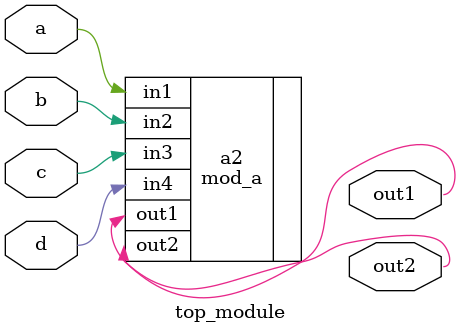
<source format=v>
module top_module (
    input a,
    input b,
    input c,
    input d,
    output out1,
    output out2
);
    // module mod_a ( output out1, output out2, input in1, input in2, input in3, input in4);
    // by name
    mod_a a2 (
        .out1(out1),
        .out2(out2),
        .in1(a),
        .in2(b),
        .in3(c),
        .in4(d)
    );
endmodule
</source>
